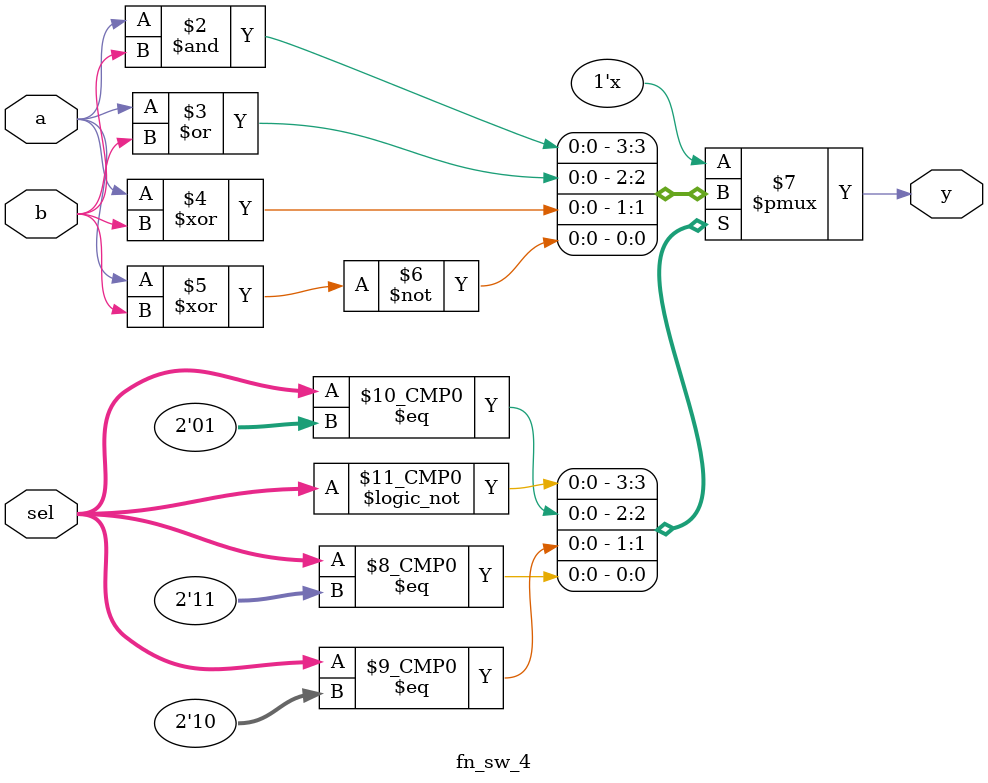
<source format=v>
module fn_sw_4(a,b,sel,y);
input a;
input b;
input[1:0] sel;
output y;



reg	y;//定义y为reg型的变量；
always@(a or b or sel)begin
	case(sel)
	2'b00:begin y<=a&b;end
	2'b01:begin y<=a|b;end
	2'b10:begin y<=a^b;end
	2'b11:begin y<=~(a^b);end
	endcase


end



endmodule

</source>
